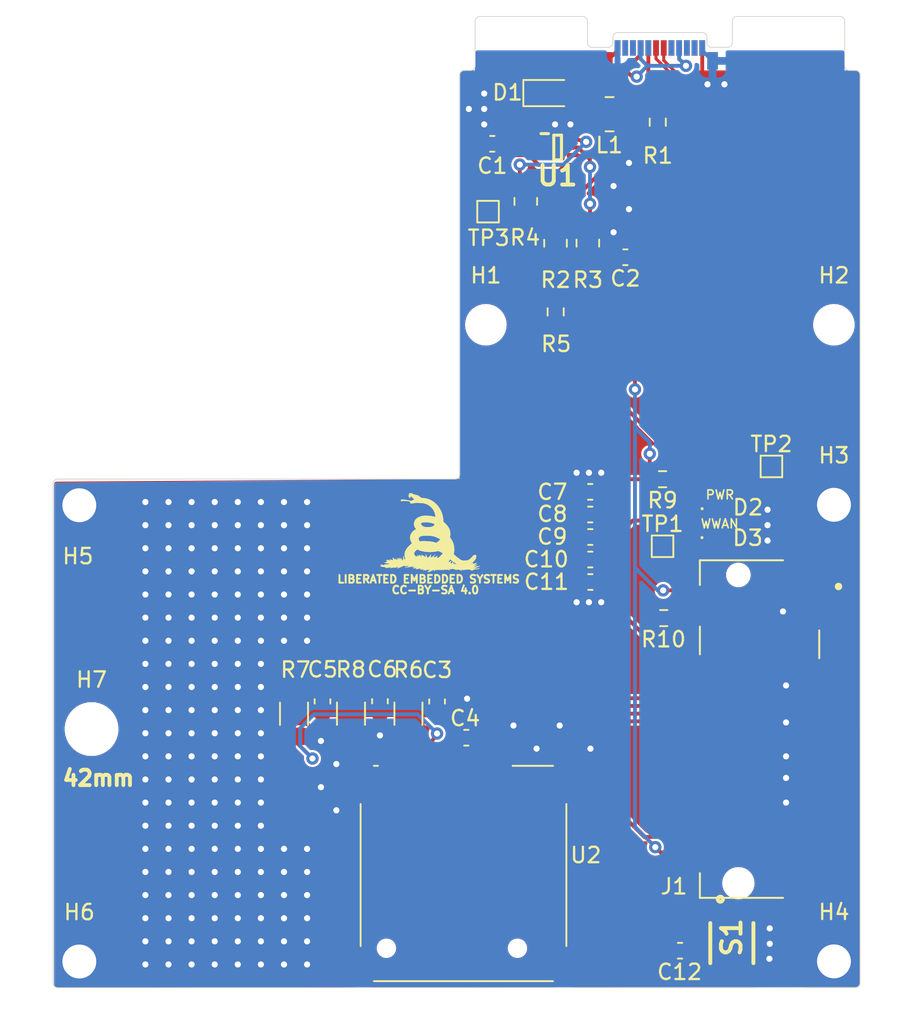
<source format=kicad_pcb>
(kicad_pcb (version 20221018) (generator pcbnew)

  (general
    (thickness 1.6)
  )

  (paper "A4")
  (title_block
    (title "Expansion Card Template")
    (rev "X1")
    (company "Framework")
    (comment 1 "This work is licensed under a Creative Commons Attribution 4.0 International License")
    (comment 4 "https://frame.work")
  )

  (layers
    (0 "F.Cu" signal)
    (31 "B.Cu" signal)
    (32 "B.Adhes" user "B.Adhesive")
    (33 "F.Adhes" user "F.Adhesive")
    (34 "B.Paste" user)
    (35 "F.Paste" user)
    (36 "B.SilkS" user "B.Silkscreen")
    (37 "F.SilkS" user "F.Silkscreen")
    (38 "B.Mask" user)
    (39 "F.Mask" user)
    (40 "Dwgs.User" user "User.Drawings")
    (41 "Cmts.User" user "User.Comments")
    (42 "Eco1.User" user "User.Eco1")
    (43 "Eco2.User" user "User.Eco2")
    (44 "Edge.Cuts" user)
    (45 "Margin" user)
    (46 "B.CrtYd" user "B.Courtyard")
    (47 "F.CrtYd" user "F.Courtyard")
    (48 "B.Fab" user)
    (49 "F.Fab" user)
  )

  (setup
    (stackup
      (layer "F.SilkS" (type "Top Silk Screen"))
      (layer "F.Paste" (type "Top Solder Paste"))
      (layer "F.Mask" (type "Top Solder Mask") (thickness 0.01))
      (layer "F.Cu" (type "copper") (thickness 0.035))
      (layer "dielectric 1" (type "core") (thickness 1.51) (material "FR4") (epsilon_r 4.5) (loss_tangent 0.02))
      (layer "B.Cu" (type "copper") (thickness 0.035))
      (layer "B.Mask" (type "Bottom Solder Mask") (thickness 0.01))
      (layer "B.Paste" (type "Bottom Solder Paste"))
      (layer "B.SilkS" (type "Bottom Silk Screen"))
      (copper_finish "None")
      (dielectric_constraints no)
    )
    (pad_to_mask_clearance 0)
    (aux_axis_origin 100.5 190)
    (grid_origin 100.5 190)
    (pcbplotparams
      (layerselection 0x00010fc_ffffffff)
      (plot_on_all_layers_selection 0x0000000_00000000)
      (disableapertmacros false)
      (usegerberextensions false)
      (usegerberattributes true)
      (usegerberadvancedattributes true)
      (creategerberjobfile true)
      (dashed_line_dash_ratio 12.000000)
      (dashed_line_gap_ratio 3.000000)
      (svgprecision 4)
      (plotframeref false)
      (viasonmask false)
      (mode 1)
      (useauxorigin false)
      (hpglpennumber 1)
      (hpglpenspeed 20)
      (hpglpendiameter 15.000000)
      (dxfpolygonmode true)
      (dxfimperialunits true)
      (dxfusepcbnewfont true)
      (psnegative false)
      (psa4output false)
      (plotreference true)
      (plotvalue true)
      (plotinvisibletext false)
      (sketchpadsonfab false)
      (subtractmaskfromsilk false)
      (outputformat 3)
      (mirror false)
      (drillshape 0)
      (scaleselection 1)
      (outputdirectory "")
    )
  )

  (net 0 "")
  (net 1 "GND")
  (net 2 "+3.3V")
  (net 3 "VBUS")
  (net 4 "/UIM-RESET")
  (net 5 "/UIM-CLK")
  (net 6 "/UIM-DATA")
  (net 7 "/UIM-PWR")
  (net 8 "/RESET")
  (net 9 "Net-(D1-A)")
  (net 10 "Net-(D2-A)")
  (net 11 "/WWAN_ACTIVITY")
  (net 12 "Net-(D3-A)")
  (net 13 "unconnected-(J1-CONFIG_3-Pad1)")
  (net 14 "Net-(J1-~{FULL_CARD_POWER_OFF})")
  (net 15 "/USB_D+")
  (net 16 "unconnected-(J1-~{W_DISABLE1}-Pad8)")
  (net 17 "/USB_D-")
  (net 18 "unconnected-(J1-GPIO_5-Pad20)")
  (net 19 "unconnected-(J1-CONFIG_0-Pad21)")
  (net 20 "unconnected-(J1-GPIO_6-Pad22)")
  (net 21 "Net-(J1-GPIO_11)")
  (net 22 "unconnected-(J1-GPIO_7-Pad24)")
  (net 23 "unconnected-(J1-DPR-Pad25)")
  (net 24 "unconnected-(J1-GPIO_10-Pad26)")
  (net 25 "unconnected-(J1-GPIO_8-Pad28)")
  (net 26 "unconnected-(J1-PERn1{slash}USB3.0-Rx-{slash}SSIC-RxN-Pad29)")
  (net 27 "unconnected-(J1-PERp1{slash}USB3.0-Rx+{slash}SSIC-RxP-Pad31)")
  (net 28 "unconnected-(J1-PETn1{slash}USB3.0-Tx-{slash}SSIC-TxN-Pad35)")
  (net 29 "unconnected-(J1-PETp1{slash}USB3.0-Tx+{slash}SSIC-TxP-Pad37)")
  (net 30 "unconnected-(J1-DEVSLP-Pad38)")
  (net 31 "unconnected-(J1-GPIO_0-Pad40)")
  (net 32 "unconnected-(J1-PERn0{slash}SATA-B+-Pad41)")
  (net 33 "unconnected-(J1-GPIO_1-Pad42)")
  (net 34 "unconnected-(J1-PERp0{slash}SATA-B--Pad43)")
  (net 35 "unconnected-(J1-GPIO_2-Pad44)")
  (net 36 "unconnected-(J1-GPIO_3-Pad46)")
  (net 37 "unconnected-(J1-PETn0{slash}SATA-A--Pad47)")
  (net 38 "unconnected-(J1-GPIO_4-Pad48)")
  (net 39 "unconnected-(J1-PETp0{slash}SATA-A+-Pad49)")
  (net 40 "unconnected-(J1-~{PERST}-Pad50)")
  (net 41 "unconnected-(J1-~{CLKREQ}-Pad52)")
  (net 42 "unconnected-(J1-REFCLKn-Pad53)")
  (net 43 "unconnected-(J1-~{PEWAKE}-Pad54)")
  (net 44 "unconnected-(J1-REFCLKp-Pad55)")
  (net 45 "unconnected-(J1-NC-Pad56)")
  (net 46 "unconnected-(J1-NC-Pad58)")
  (net 47 "unconnected-(J1-ANTCTL0-Pad59)")
  (net 48 "unconnected-(J1-COEX3-Pad60)")
  (net 49 "unconnected-(J1-ANTCTL1-Pad61)")
  (net 50 "unconnected-(J1-COEX2-Pad62)")
  (net 51 "unconnected-(J1-ANTCTL2-Pad63)")
  (net 52 "unconnected-(J1-COEX1-Pad64)")
  (net 53 "unconnected-(J1-ANTCTL3-Pad65)")
  (net 54 "/SIM_DETECT")
  (net 55 "unconnected-(J1-SUSCLK-Pad68)")
  (net 56 "unconnected-(J1-CONFIG_1-Pad69)")
  (net 57 "unconnected-(J1-CONFIG_2-Pad75)")
  (net 58 "Net-(U1-SW)")
  (net 59 "Net-(P1-CC)")
  (net 60 "unconnected-(P1-VCONN-PadB5)")
  (net 61 "Net-(U1-FB)")
  (net 62 "Net-(U1-PG)")
  (net 63 "Net-(U2-I{slash}O)")
  (net 64 "Net-(U2-RST)")
  (net 65 "Net-(U2-CLK)")
  (net 66 "unconnected-(S1-Pad2)")
  (net 67 "unconnected-(S1-Pad4)")
  (net 68 "unconnected-(U2-VPP-PadC6)")

  (footprint "Capacitor_SMD:C_0603_1608Metric" (layer "F.Cu") (at 141.215 187.61))

  (footprint "Diode_SMD:D_SOD-323" (layer "F.Cu") (at 132.65 131.97))

  (footprint "Connector_USB:USB_C_Plug_Molex_105444" (layer "F.Cu") (at 139.918 129))

  (footprint "TPS:SOTFL50P160X60-6N" (layer "F.Cu") (at 133.268 135.5))

  (footprint "MountingHole:MountingHole_2.2mm_M2" (layer "F.Cu") (at 128.608 147))

  (footprint "Resistor_SMD:R_0805_2012Metric" (layer "F.Cu") (at 135.23 141.7025 -90))

  (footprint "MountingHole:MountingHole_2.2mm_M2" (layer "F.Cu") (at 151.208 147))

  (footprint "Resistor_SMD:R_1206_3216Metric" (layer "F.Cu") (at 119.85 172.23 90))

  (footprint "Capacitor_SMD:C_0603_1608Metric" (layer "F.Cu") (at 121.73 171.425 90))

  (footprint "TestPoint:TestPoint_Pad_1.0x1.0mm" (layer "F.Cu") (at 140.08 161.37))

  (footprint "MountingHole:MountingHole_2.2mm_M2" (layer "F.Cu") (at 102.21 188.31))

  (footprint "NGFF:TE_2199119-3" (layer "F.Cu") (at 145.005 173.23 -90))

  (footprint "Capacitor_SMD:C_0603_1608Metric" (layer "F.Cu") (at 127.34 173.79 180))

  (footprint "Diode_SMD:D_0402_1005Metric" (layer "F.Cu") (at 143.73 160.81))

  (footprint "TestPoint:TestPoint_Pad_1.0x1.0mm" (layer "F.Cu") (at 147.15 156.19))

  (footprint "Capacitor_SMD:C_0603_1608Metric" (layer "F.Cu") (at 125.44 171.44 90))

  (footprint "NSCCP-D-06-G-SMT-SW-T:NSCCP-D-06-G-SMT-SW-T&slash_R" (layer "F.Cu") (at 127.1548 182.5986))

  (footprint "Resistor_SMD:R_1206_3216Metric" (layer "F.Cu") (at 123.58 172.2325 90))

  (footprint "Capacitor_SMD:C_0603_1608Metric" (layer "F.Cu") (at 135.39 162.23 180))

  (footprint "Capacitor_SMD:C_0603_1608Metric" (layer "F.Cu") (at 135.39 160.77 180))

  (footprint "Capacitor_SMD:C_0603_1608Metric" (layer "F.Cu") (at 129.025 135.26 180))

  (footprint "Resistor_SMD:R_0603_1608Metric" (layer "F.Cu") (at 140.08 157.02))

  (footprint "Resistor_SMD:R_1206_3216Metric" (layer "F.Cu") (at 116.15 172.2375 90))

  (footprint "Capacitor_SMD:C_0603_1608Metric" (layer "F.Cu") (at 135.385 157.84 180))

  (footprint "Resistor_SMD:R_0805_2012Metric" (layer "F.Cu") (at 131.2 138.9975 -90))

  (footprint "Capacitor_SMD:C_0603_1608Metric" (layer "F.Cu") (at 118 171.435 -90))

  (footprint "MountingHole:MountingHole_2.2mm_M2" (layer "F.Cu") (at 151.21 188.3))

  (footprint "Resistor_SMD:R_0603_1608Metric" (layer "F.Cu") (at 140.16 166.03))

  (footprint "TestPoint:TestPoint_Pad_1.0x1.0mm" (layer "F.Cu") (at 128.75 139.66))

  (footprint "Inductor_SMD:L_1008_2520Metric" (layer "F.Cu") (at 136.64 133.34))

  (footprint "Resistor_SMD:R_0603_1608Metric" (layer "F.Cu") (at 139.77 133.855 -90))

  (footprint "MountingHole:MountingHole_2.2mm_M2" (layer "F.Cu") (at 151.21 158.68))

  (footprint "Capacitor_SMD:C_0603_1608Metric" (layer "F.Cu") (at 135.395 163.69 180))

  (footprint "MountingHole:MountingHole_2.2mm_M2" (layer "F.Cu") (at 102.208141 158.71))

  (footprint "Capacitor_SMD:C_0603_1608Metric" (layer "F.Cu") (at 137.665 142.62 180))

  (footprint "Resistor_SMD:R_0805_2012Metric" (layer "F.Cu") (at 133.13 141.71 -90))

  (footprint "Diode_SMD:D_0402_1005Metric" (layer "F.Cu") (at 143.7375 158.93))

  (footprint "Capacitor_SMD:C_0603_1608Metric" (layer "F.Cu") (at 135.385 159.31 180))

  (footprint "KMR:KMR2_1" (layer "F.Cu") (at 144.58 187.1175 -90))

  (footprint "MountingHole:MountingHole_2.2mm_M2" (layer "F.Cu") (at 103.005 173.23))

  (footprint "Resistor_SMD:R_0603_1608Metric" (layer "F.Cu") (at 133.14 146.165 -90))

  (gr_poly
    (pts
      (xy 125.335582 160.654571)
      (xy 125.337056 160.654777)
      (xy 125.33867 160.655129)
      (xy 125.34042 160.655628)
      (xy 125.3423 160.656273)
      (xy 125.344306 160.657063)
      (xy 125.346433 160.657999)
      (xy 125.348675 160.659079)
      (xy 125.351028 160.660303)
      (xy 125.353486 160.661671)
      (xy 125.356044 160.663182)
      (xy 125.358698 160.664836)
      (xy 125.361443 160.666633)
      (xy 125.364273 160.668572)
      (xy 125.367183 160.670652)
      (xy 125.370169 160.672874)
      (xy 125.373841 160.675681)
      (xy 125.377042 160.678208)
      (xy 125.379775 160.680469)
      (xy 125.382043 160.682478)
      (xy 125.383003 160.683393)
      (xy 125.383849 160.684249)
      (xy 125.384579 160.68505)
      (xy 125.385196 160.685796)
      (xy 125.385699 160.68649)
      (xy 125.386088 160.687134)
      (xy 125.386364 160.687728)
      (xy 125.386528 160.688275)
      (xy 125.386579 160.688776)
      (xy 125.386519 160.689234)
      (xy 125.386347 160.68965)
      (xy 125.386064 160.690025)
      (xy 125.385671 160.690362)
      (xy 125.385167 160.690663)
      (xy 125.384554 160.690928)
      (xy 125.383831 160.69116)
      (xy 125.382999 160.691361)
      (xy 125.382059 160.691531)
      (xy 125.38101 160.691674)
      (xy 125.379854 160.691791)
      (xy 125.377219 160.691953)
      (xy 125.374158 160.69203)
      (xy 125.37196 160.691979)
      (xy 125.369661 160.691733)
      (xy 125.367279 160.691302)
      (xy 125.364834 160.690696)
      (xy 125.362345 160.689924)
      (xy 125.35983 160.688996)
      (xy 125.357309 160.687922)
      (xy 125.354799 160.686712)
      (xy 125.352322 160.685376)
      (xy 125.349895 160.683922)
      (xy 125.347537 160.682362)
      (xy 125.345267 160.680705)
      (xy 125.343105 160.67896)
      (xy 125.341069 160.677137)
      (xy 125.339178 160.675246)
      (xy 125.337452 160.673298)
      (xy 125.336527 160.672164)
      (xy 125.335663 160.671064)
      (xy 125.334859 160.67)
      (xy 125.334114 160.668969)
      (xy 125.333427 160.667974)
      (xy 125.332798 160.667013)
      (xy 125.332226 160.666087)
      (xy 125.331711 160.665196)
      (xy 125.33125 160.664341)
      (xy 125.330845 160.66352)
      (xy 125.330493 160.662735)
      (xy 125.330195 160.661984)
      (xy 125.329949 160.66127)
      (xy 125.329755 160.660591)
      (xy 125.329611 160.659947)
      (xy 125.329518 160.659339)
      (xy 125.329475 160.658767)
      (xy 125.32948 160.658231)
      (xy 125.329533 160.657731)
      (xy 125.329634 160.657266)
      (xy 125.329781 160.656838)
      (xy 125.329871 160.656638)
      (xy 125.329974 160.656446)
      (xy 125.330087 160.656264)
      (xy 125.330211 160.656091)
      (xy 125.330347 160.655926)
      (xy 125.330493 160.655771)
      (xy 125.330819 160.655489)
      (xy 125.331187 160.655242)
      (xy 125.331598 160.655033)
      (xy 125.332049 160.65486)
      (xy 125.332542 160.654724)
      (xy 125.333074 160.654625)
      (xy 125.333645 160.654563)
      (xy 125.334254 160.654539)
      (xy 125.334254 160.654512)
    )

    (stroke (width 0.01277) (type solid)) (fill solid) (layer "F.SilkS") (tstamp 00282951-98f4-4854-8e1e-20fd5ca33433))
  (gr_poly
    (pts
      (xy 125.562531 159.59445)
      (xy 125.562913 159.594469)
      (xy 125.56329 159.594501)
      (xy 125.563662 159.594545)
      (xy 125.564029 159.594601)
      (xy 125.564391 159.594669)
      (xy 125.564747 159.594749)
      (xy 125.565099 159.59484)
      (xy 125.565445 159.594943)
      (xy 125.565786 159.595057)
      (xy 125.566121 159.595182)
      (xy 125.566451 159.595318)
      (xy 125.566774 159.595464)
      (xy 125.567093 159.595621)
      (xy 125.567405 159.595789)
      (xy 125.567711 159.595966)
      (xy 125.568011 159.596153)
      (xy 125.568305 159.59635)
      (xy 125.568593 159.596557)
      (xy 125.568874 159.596773)
      (xy 125.569418 159.597233)
      (xy 125.569935 159.597728)
      (xy 125.570424 159.598256)
      (xy 125.570886 159.598817)
      (xy 125.571319 159.599409)
      (xy 125.571723 159.600031)
      (xy 125.5721 159.600678)
      (xy 125.572455 159.60135)
      (xy 125.572787 159.602044)
      (xy 125.573096 159.60276)
      (xy 125.573381 159.603498)
      (xy 125.573644 159.604257)
      (xy 125.573882 159.605035)
      (xy 125.574096 159.605832)
      (xy 125.574286 159.606648)
      (xy 125.574452 159.60748)
      (xy 125.574592 159.60833)
      (xy 125.574708 159.609196)
      (xy 125.574798 159.610076)
      (xy 125.574863 159.610971)
      (xy 125.574902 159.61188)
      (xy 125.574915 159.612801)
      (xy 125.574902 159.613735)
      (xy 125.574863 159.614681)
      (xy 125.574798 159.615637)
      (xy 125.574708 159.616601)
      (xy 125.574592 159.617569)
      (xy 125.574452 159.618542)
      (xy 125.574286 159.619515)
      (xy 125.574096 159.620487)
      (xy 125.573882 159.621456)
      (xy 125.573644 159.622419)
      (xy 125.573381 159.623375)
      (xy 125.573096 159.624322)
      (xy 125.572787 159.625256)
      (xy 125.572455 159.626176)
      (xy 125.5721 159.62708)
      (xy 125.571723 159.627966)
      (xy 125.571319 159.628833)
      (xy 125.570886 159.629682)
      (xy 125.570424 159.630512)
      (xy 125.569935 159.631322)
      (xy 125.569418 159.632111)
      (xy 125.568874 159.632878)
      (xy 125.568305 159.633623)
      (xy 125.567711 159.634343)
      (xy 125.567093 159.635039)
      (xy 125.566451 159.63571)
      (xy 125.565786 159.636353)
      (xy 125.565099 159.63697)
      (xy 125.564391 159.637557)
      (xy 125.563662 159.638116)
      (xy 125.562913 159.638643)
      (xy 125.562145 159.63914)
      (xy 125.561817 159.639334)
      (xy 125.561493 159.639508)
      (xy 125.561172 159.639664)
      (xy 125.560854 159.6398)
      (xy 125.56054 159.639918)
      (xy 125.560229 159.640018)
      (xy 125.559921 159.640099)
      (xy 125.559617 159.640163)
      (xy 125.559316 159.640208)
      (xy 125.559019 159.640236)
      (xy 125.558725 159.640246)
      (xy 125.558434 159.640239)
      (xy 125.558147 159.640214)
      (xy 125.557863 159.640173)
      (xy 125.557583 159.640115)
      (xy 125.557306 159.64004)
      (xy 125.557033 159.639949)
      (xy 125.556763 159.639842)
      (xy 125.556497 159.639719)
      (xy 125.556234 159.63958)
      (xy 125.555975 159.639425)
      (xy 125.55572 159.639255)
      (xy 125.555468 159.63907)
      (xy 125.55522 159.638869)
      (xy 125.554975 159.638654)
      (xy 125.554734 159.638424)
      (xy 125.554497 159.638179)
      (xy 125.554263 159.63792)
      (xy 125.554033 159.637647)
      (xy 125.553807 159.63736)
      (xy 125.553584 159.637059)
      (xy 125.553365 159.636745)
      (xy 125.552939 159.636077)
      (xy 125.552529 159.635356)
      (xy 125.552138 159.634583)
      (xy 125.551765 159.633761)
      (xy 125.551414 159.632889)
      (xy 125.551086 159.63197)
      (xy 125.550781 159.631004)
      (xy 125.550502 159.629992)
      (xy 125.55025 159.628935)
      (xy 125.550027 159.627835)
      (xy 125.549834 159.626693)
      (xy 125.549673 159.625509)
      (xy 125.549545 159.624285)
      (xy 125.549451 159.623022)
      (xy 125.549394 159.621721)
      (xy 125.549375 159.620383)
      (xy 125.549394 159.619037)
      (xy 125.549451 159.61771)
      (xy 125.549545 159.616405)
      (xy 125.549673 159.615122)
      (xy 125.549834 159.613864)
      (xy 125.550027 159.612631)
      (xy 125.55025 159.611425)
      (xy 125.550502 159.610247)
      (xy 125.550781 159.6091)
      (xy 125.551086 159.607983)
      (xy 125.551414 159.6069)
      (xy 125.551765 159.605851)
      (xy 125.552138 159.604838)
      (xy 125.552529 159.603861)
      (xy 125.552939 159.602924)
      (xy 125.553365 159.602026)
      (xy 125.553807 159.60117)
      (xy 125.554263 159.600357)
      (xy 125.554734 159.599589)
      (xy 125.55522 159.598868)
      (xy 125.55572 159.598195)
      (xy 125.556234 159.597572)
      (xy 125.556763 159.597)
      (xy 125.557306 159.596481)
      (xy 125.557863 159.596017)
      (xy 125.558147 159.595806)
      (xy 125.558434 159.59561)
      (xy 125.558725 159.595427)
      (xy 125.559019 159.59526)
      (xy 125.559316 159.595108)
      (xy 125.559617 159.594971)
      (xy 125.559921 159.594849)
      (xy 125.560229 159.594743)
      (xy 125.56054 159.594652)
      (xy 125.560854 159.594578)
      (xy 125.561172 159.594519)
      (xy 125.561493 159.594477)
      (xy 125.561817 159.594452)
      (xy 125.562145 159.594444)
    )

    (stroke (width 0) (type solid)) (fill solid) (layer "F.SilkS") (tstamp 0071a64c-fbfc-4274-8967-ec68a00d3c44))
  (gr_poly
    (pts
      (xy 124.933094 162.115864)
      (xy 124.934828 162.115895)
      (xy 124.9366 162.115947)
      (xy 124.938413 162.116019)
      (xy 124.986294 162.117872)
      (xy 124.952365 162.178531)
      (xy 124.943267 162.194528)
      (xy 124.939296 162.201168)
      (xy 124.935684 162.20693)
      (xy 124.932408 162.211833)
      (xy 124.929446 162.215898)
      (xy 124.926779 162.219144)
      (xy 124.924383 162.221593)
      (xy 124.923281 162.222523)
      (xy 124.922239 162.223262)
      (xy 124.921254 162.223812)
      (xy 124.920324 162.224174)
      (xy 124.919446 162.224351)
      (xy 124.918617 162.224347)
      (xy 124.917835 162.224163)
      (xy 124.917098 162.223802)
      (xy 124.916401 162.223267)
      (xy 124.915743 162.222559)
      (xy 124.915122 162.221682)
      (xy 124.914534 162.220638)
      (xy 124.913447 162.218059)
      (xy 124.912461 162.214842)
      (xy 124.911368 162.210894)
      (xy 124.910306 162.20749)
      (xy 124.909771 162.205994)
      (xy 124.909226 162.204637)
      (xy 124.908664 162.20342)
      (xy 124.908079 162.202343)
      (xy 124.907465 162.201409)
      (xy 124.906815 162.200616)
      (xy 124.906124 162.199968)
      (xy 124.905385 162.199464)
      (xy 124.904591 162.199106)
      (xy 124.903737 162.198894)
      (xy 124.902817 162.198829)
      (xy 124.901823 162.198914)
      (xy 124.900751 162.199147)
      (xy 124.899593 162.199531)
      (xy 124.898344 162.200067)
      (xy 124.896998 162.200754)
      (xy 124.895547 162.201596)
      (xy 124.893987 162.202591)
      (xy 124.89231 162.203742)
      (xy 124.89051 162.205049)
      (xy 124.886519 162.208135)
      (xy 124.881963 162.211858)
      (xy 124.876793 162.216225)
      (xy 124.870959 162.221245)
      (xy 124.868469 162.223254)
      (xy 124.865742 162.225196)
      (xy 124.862806 162.22707)
      (xy 124.859691 162.228877)
      (xy 124.856424 162.230617)
      (xy 124.853035 162.232293)
      (xy 124.849552 162.233903)
      (xy 124.846003 162.235449)
      (xy 124.838823 162.238352)
      (xy 124.831724 162.241005)
      (xy 124.818685 162.245587)
      (xy 124.793945 162.215657)
      (xy 124.790402 162.211304)
      (xy 124.786963 162.206791)
      (xy 124.783645 162.202154)
      (xy 124.780466 162.197428)
      (xy 124.777444 162.192648)
      (xy 124.774596 162.18785)
      (xy 124.771941 162.183068)
      (xy 124.769495 162.178339)
      (xy 124.767278 162.173697)
      (xy 124.765306 162.169178)
      (xy 124.763597 162.164817)
      (xy 124.76217 162.160649)
      (xy 124.761041 162.15671)
      (xy 124.76023 162.153035)
      (xy 124.759753 162.14966)
      (xy 124.759628 162.146619)
      (xy 124.759765 162.14253)
      (xy 124.759987 162.139051)
      (xy 124.760314 162.136193)
      (xy 124.760522 162.135)
      (xy 124.760763 162.133967)
      (xy 124.761039 162.133095)
      (xy 124.761352 162.132385)
      (xy 124.761706 162.131838)
      (xy 124.762101 162.131456)
      (xy 124.762541 162.131241)
      (xy 124.763028 162.131194)
      (xy 124.763563 162.131315)
      (xy 124.76415 162.131607)
      (xy 124.76479 162.132071)
      (xy 124.765486 162.132708)
      (xy 124.766241 162.13352)
      (xy 124.767055 162.134507)
      (xy 124.767933 162.135672)
      (xy 124.768875 162.137016)
      (xy 124.770965 162.140246)
      (xy 124.773342 162.144207)
      (xy 124.776025 162.14891)
      (xy 124.779032 162.154368)
      (xy 124.782382 162.16059)
      (xy 124.804732 162.202492)
      (xy 124.847833 162.158195)
      (xy 124.853422 162.15252)
      (xy 124.85872 162.147338)
      (xy 124.863768 162.142631)
      (xy 124.868606 162.138378)
      (xy 124.873273 162.134561)
      (xy 124.87781 162.131161)
      (xy 124.882258 162.12816)
      (xy 124.886655 162.125536)
      (xy 124.891043 162.123273)
      (xy 124.895461 162.12135)
      (xy 124.899949 162.119748)
      (xy 124.904548 162.118449)
      (xy 124.909297 162.117433)
      (xy 124.914236 162.116681)
      (xy 124.919407 162.116174)
      (xy 124.924847 162.115894)
      (xy 124.924847 162.116019)
      (xy 124.926454 162.115947)
      (xy 124.928078 162.115895)
      (xy 124.929723 162.115864)
      (xy 124.931394 162.115854)
    )

    (stroke (width 0.01277) (type solid)) (fill solid) (layer "F.SilkS") (tstamp 007da063-6df0-49a7-8215-9d77ac372752))
  (gr_poly
    (pts
      (xy 124.381676 159.568472)
      (xy 124.382645 159.568547)
      (xy 124.3836 159.568669)
      (xy 124.384541 159.568838)
      (xy 124.385465 159.569052)
      (xy 124.386372 159.569311)
      (xy 124.387261 159.569612)
      (xy 124.388129 159.569956)
      (xy 124.388977 159.57034)
      (xy 124.389802 159.570764)
      (xy 124.390604 159.571226)
      (xy 124.391382 159.571725)
      (xy 124.392133 159.57226)
      (xy 124.392857 159.572829)
      (xy 124.393553 159.573432)
      (xy 124.394219 159.574067)
      (xy 124.394855 159.574733)
      (xy 124.395458 159.575428)
      (xy 124.396028 159.576152)
      (xy 124.396564 159.576903)
      (xy 124.397063 159.577681)
      (xy 124.397526 159.578483)
      (xy 124.39795 159.579309)
      (xy 124.398335 159.580157)
      (xy 124.39868 159.581026)
      (xy 124.398982 159.581916)
      (xy 124.399241 159.582824)
      (xy 124.399456 159.58375)
      (xy 124.399626 159.584692)
      (xy 124.399748 159.585649)
      (xy 124.399822 159.58662)
      (xy 124.399847 159.587604)
      (xy 124.399822 159.588588)
      (xy 124.399748 159.589559)
      (xy 124.399626 159.590516)
      (xy 124.399456 159.591458)
      (xy 124.399241 159.592384)
      (xy 124.398982 159.593292)
      (xy 124.39868 159.594182)
      (xy 124.398335 159.595051)
      (xy 124.39795 159.595899)
      (xy 124.397526 159.596725)
      (xy 124.397063 159.597527)
      (xy 124.396564 159.598305)
      (xy 124.396028 159.599056)
      (xy 124.395458 159.59978)
      (xy 124.394855 159.600476)
      (xy 124.394219 159.601141)
      (xy 124.393553 159.601776)
      (xy 124.392857 159.602379)
      (xy 124.392133 159.602948)
      (xy 124.391382 159.603483)
      (xy 124.390604 159.603982)
      (xy 124.389802 159.604444)
      (xy 124.388977 159.604868)
      (xy 124.388129 159.605252)
      (xy 124.387261 159.605596)
      (xy 124.386372 159.605898)
      (xy 124.385465 159.606156)
      (xy 124.384541 159.606371)
      (xy 124.3836 159.606539)
      (xy 124.382645 159.606662)
      (xy 124.381676 159.606736)
      (xy 124.380695 159.606761)
      (xy 124.379711 159.606736)
      (xy 124.378739 159.606661)
      (xy 124.377782 159.606539)
      (xy 124.376839 159.606369)
      (xy 124.375914 159.606155)
      (xy 124.375005 159.605895)
      (xy 124.374116 159.605593)
      (xy 124.373247 159.605248)
      (xy 124.372398 159.604863)
      (xy 124.371573 159.604439)
      (xy 124.370771 159.603976)
      (xy 124.369993 159.603476)
      (xy 124.369242 159.602941)
      (xy 124.368519 159.60237)
      (xy 124.367823 159.601767)
      (xy 124.367158 159.601132)
      (xy 124.366523 159.600465)
      (xy 124.365921 159.599769)
      (xy 124.365352 159.599045)
      (xy 124.364817 159.598293)
      (xy 124.364319 159.597516)
      (xy 124.363857 159.596714)
      (xy 124.363434 159.595888)
      (xy 124.363049 159.59504)
      (xy 124.362706 159.594171)
      (xy 124.362405 159.593283)
      (xy 124.362146 159.592375)
      (xy 124.361932 159.591451)
      (xy 124.361763 159.59051)
      (xy 124.361641 159.589555)
      (xy 124.361567 159.588586)
      (xy 124.361542 159.587604)
      (xy 124.361567 159.58662)
      (xy 124.361641 159.585649)
      (xy 124.361764 159.584692)
      (xy 124.361933 159.58375)
      (xy 124.362148 159.582824)
      (xy 124.362407 159.581916)
      (xy 124.36271 159.581026)
      (xy 124.363054 159.580157)
      (xy 124.363439 159.579309)
      (xy 124.363864 159.578483)
      (xy 124.364326 159.577681)
      (xy 124.364826 159.576903)
      (xy 124.365361 159.576152)
      (xy 124.365931 159.575428)
      (xy 124.366535 159.574733)
      (xy 124.36717 159.574067)
      (xy 124.367836 159.573432)
      (xy 124.368532 159.572829)
      (xy 124.369256 159.57226)
      (xy 124.370008 159.571725)
      (xy 124.370785 159.571226)
      (xy 124.371587 159.570764)
      (xy 124.372412 159.57034)
      (xy 124.37326 159.569956)
      (xy 124.374129 159.569612)
      (xy 124.375017 159.569311)
      (xy 124.375924 159.569052)
      (xy 124.376849 159.568838)
      (xy 124.377789 159.568669)
      (xy 124.378744 159.568547)
      (xy 124.379713 159.568472)
      (xy 124.380695 159.568447)
    )

    (stroke (width 0.01277) (type solid)) (fill solid) (layer "F.SilkS") (tstamp 00bdc72a-0e36-41da-8f05-801c951fb7ca))
  (gr_poly
    (pts
      (xy 124.63429 162.595362)
      (xy 124.634669 162.595375)
      (xy 124.635449 162.595422)
      (xy 124.635863 162.595442)
      (xy 124.636303 162.59545)
      (xy 124.6368 162.595459)
      (xy 124.637294 162.595485)
      (xy 124.637785 162.595528)
      (xy 124.638272 162.595587)
      (xy 124.638755 162.595663)
      (xy 124.639234 162.595755)
      (xy 124.640181 162.595987)
      (xy 124.641111 162.59628)
      (xy 124.642022 162.596634)
      (xy 124.642914 162.597045)
      (xy 124.643785 162.597512)
      (xy 124.644635 162.598034)
      (xy 124.645461 162.598607)
      (xy 124.646263 162.599231)
      (xy 124.64704 162.599903)
      (xy 124.647791 162.600621)
      (xy 124.648513 162.601383)
      (xy 124.649207 162.602188)
      (xy 124.649871 162.603033)
      (xy 124.650504 162.603917)
      (xy 124.651104 162.604837)
      (xy 124.651671 162.605794)
      (xy 124.652203 162.606786)
      (xy 124.652699 162.607812)
      (xy 124.653159 162.60887)
      (xy 124.65358 162.60996)
      (xy 124.653962 162.61108)
      (xy 124.654303 162.61223)
      (xy 124.654602 162.613407)
      (xy 124.654859 162.614611)
      (xy 124.655071 162.61584)
      (xy 124.655239 162.617094)
      (xy 124.65536 162.618371)
      (xy 124.655433 162.619671)
      (xy 124.655458 162.620991)
      (xy 124.655434 162.62332)
      (xy 124.655358 162.625539)
      (xy 124.655223 162.627648)
      (xy 124.655132 162.628661)
      (xy 124.655024 162.629647)
      (xy 124.654899 162.630606)
      (xy 124.654755 162.631537)
      (xy 124.654592 162.632441)
      (xy 124.654409 162.633318)
      (xy 124.654205 162.634167)
      (xy 124.65398 162.63499)
      (xy 124.653733 162.635786)
      (xy 124.653463 162.636554)
      (xy 124.653173 162.637296)
      (xy 124.652867 162.638009)
      (xy 124.652545 162.638694)
      (xy 124.652208 162.63935)
      (xy 124.651855 162.639978)
      (xy 124.651488 162.640577)
      (xy 124.651107 162.641147)
      (xy 124.650711 162.641687)
      (xy 124.650302 162.642198)
      (xy 124.649879 162.642679)
      (xy 124.649443 162.643131)
      (xy 124.648994 162.643553)
      (xy 124.648533 162.643944)
      (xy 124.64806 162.644305)
      (xy 124.647574 162.644636)
      (xy 124.647078 162.644936)
      (xy 124.646567 162.645203)
      (xy 124.646041 162.645436)
      (xy 124.645501 162.645636)
      (xy 124.644947 162.645802)
      (xy 124.644379 162.645936)
      (xy 124.6438 162.646037)
      (xy 124.643209 162.646106)
      (xy 124.642607 162.646143)
      (xy 124.641995 162.646149)
      (xy 124.641374 162.646123)
      (xy 124.640745 162.646067)
      (xy 124.640108 162.64598)
      (xy 124.639464 162.645863)
      (xy 124.638815 162.645716)
      (xy 124.63816 162.645539)
      (xy 124.6375 162.645333)
      (xy 124.636833 162.645099)
      (xy 124.636156 162.644836)
      (xy 124.635469 162.644544)
      (xy 124.634773 162.644222)
      (xy 124.634068 162.643869)
      (xy 124.633355 162.643485)
      (xy 124.632635 162.643069)
      (xy 124.631908 162.642619)
      (xy 124.631176 162.642136)
      (xy 124.630437 162.641619)
      (xy 124.629694 162.641067)
      (xy 124.628947 162.640478)
      (xy 124.628196 162.639853)
      (xy 124.627442 162.639191)
      (xy 124.626685 162.638491)
      (xy 124.625927 162.637752)
      (xy 124.62526 162.63706)
      (xy 124.624625 162.636354)
      (xy 124.624023 162.635634)
      (xy 124.623451 162.634901)
      (xy 124.62291 162.634155)
      (xy 124.622399 162.633399)
      (xy 124.621916 162.632631)
      (xy 124.621461 162.631854)
      (xy 124.621034 162.631067)
      (xy 124.620633 162.630273)
      (xy 124.620258 162.629471)
      (xy 124.619908 162.628662)
      (xy 124.619583 162.627848)
      (xy 124.61928 162.627029)
      (xy 124.619001 162.626207)
      (xy 124.618744 162.62538)
      (xy 124.61851 162.624551)
      (xy 124.6183 162.623719)
      (xy 124.618116 162.622885)
      (xy 124.617957 162.622049)
      (xy 124.617822 162.621213)
      (xy 124.617712 162.620378)
      (xy 124.617626 162.619543)
      (xy 124.617565 162.61871)
      (xy 124.617528 162.61788)
      (xy 124.617515 162.617054)
      (xy 124.617527 162.616231)
      (xy 124.617563 162.615414)
      (xy 124.617622 162.614602)
      (xy 124.617706 162.613798)
      (xy 124.617814 162.613)
      (xy 124.617946 162.612211)
      (xy 124.618101 162.611432)
      (xy 124.618282 162.610667)
      (xy 124.618486 162.609916)
      (xy 124.618714 162.609178)
      (xy 124.618965 162.608454)
      (xy 124.619239 162.607744)
      (xy 124.619535 162.607048)
      (xy 124.619853 162.606366)
      (xy 124.620193 162.605698)
      (xy 124.620553 162.605045)
      (xy 124.620934 162.604407)
      (xy 124.621335 162.603783)
      (xy 124.621756 162.603173)
      (xy 124.622197 162.602579)
      (xy 124.622656 162.602)
      (xy 124.623133 162.601436)
      (xy 124.623627 162.600888)
      (xy 124.624136 162.600357)
      (xy 124.62466 162.599846)
      (xy 124.6252 162.599355)
      (xy 124.625756 162.598885)
      (xy 124.62633 162.598437)
      (xy 124.62692 162.598013)
      (xy 124.627529 162.597614)
      (xy 124.628156 162.59724)
      (xy 124.628803 162.596894)
      (xy 124.629468 162.596575)
      (xy 124.630154 162.596287)
      (xy 124.630861 162.596029)
      (xy 124.631589 162.595802)
      (xy 124.632338 162.595609)
      (xy 124.63311 162.595449)
      (xy 124.63311 162.59545)
      (xy 124.633316 162.595417)
      (xy 124.633517 162.595392)
      (xy 124.633714 162.595375)
      (xy 124.633908 162.595365)
      (xy 124.6341 162.595361)
    )

    (stroke (width 0) (type solid)) (fill
... [7823000 chars truncated]
</source>
